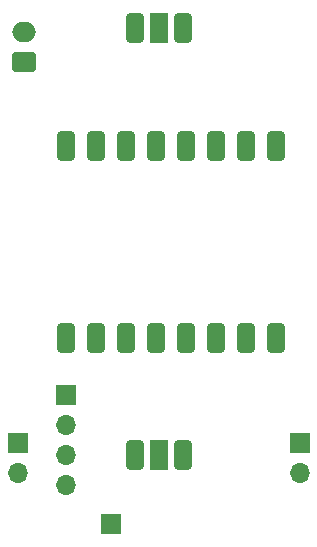
<source format=gbr>
%TF.GenerationSoftware,KiCad,Pcbnew,7.0.7*%
%TF.CreationDate,2024-09-13T10:44:57-05:00*%
%TF.ProjectId,OM-EPSC3-Micro,4f4d2d45-5053-4433-932d-4d6963726f2e,rev?*%
%TF.SameCoordinates,Original*%
%TF.FileFunction,Soldermask,Bot*%
%TF.FilePolarity,Negative*%
%FSLAX46Y46*%
G04 Gerber Fmt 4.6, Leading zero omitted, Abs format (unit mm)*
G04 Created by KiCad (PCBNEW 7.0.7) date 2024-09-13 10:44:57*
%MOMM*%
%LPD*%
G01*
G04 APERTURE LIST*
G04 Aperture macros list*
%AMRoundRect*
0 Rectangle with rounded corners*
0 $1 Rounding radius*
0 $2 $3 $4 $5 $6 $7 $8 $9 X,Y pos of 4 corners*
0 Add a 4 corners polygon primitive as box body*
4,1,4,$2,$3,$4,$5,$6,$7,$8,$9,$2,$3,0*
0 Add four circle primitives for the rounded corners*
1,1,$1+$1,$2,$3*
1,1,$1+$1,$4,$5*
1,1,$1+$1,$6,$7*
1,1,$1+$1,$8,$9*
0 Add four rect primitives between the rounded corners*
20,1,$1+$1,$2,$3,$4,$5,0*
20,1,$1+$1,$4,$5,$6,$7,0*
20,1,$1+$1,$6,$7,$8,$9,0*
20,1,$1+$1,$8,$9,$2,$3,0*%
G04 Aperture macros list end*
%ADD10R,1.700000X1.700000*%
%ADD11RoundRect,0.381000X-0.381000X0.881000X-0.381000X-0.881000X0.381000X-0.881000X0.381000X0.881000X0*%
%ADD12R,1.524000X2.524000*%
%ADD13O,1.700000X1.700000*%
%ADD14RoundRect,0.381000X0.381000X-0.881000X0.381000X0.881000X-0.381000X0.881000X-0.381000X-0.881000X0*%
%ADD15O,2.000000X1.700000*%
%ADD16RoundRect,0.250000X0.750000X-0.600000X0.750000X0.600000X-0.750000X0.600000X-0.750000X-0.600000X0*%
G04 APERTURE END LIST*
D10*
%TO.C,J5*%
X218694000Y-141478000D03*
%TD*%
D11*
%TO.C,H1*%
X224790000Y-99449000D03*
D12*
X222758000Y-99449000D03*
D11*
X220726000Y-99449000D03*
%TD*%
D10*
%TO.C,J3*%
X234696000Y-134620000D03*
D13*
X234696000Y-137160000D03*
%TD*%
D14*
%TO.C,H0*%
X220726000Y-135628000D03*
D12*
X222758000Y-135628000D03*
D14*
X224790000Y-135628000D03*
%TD*%
D10*
%TO.C,J1*%
X214884000Y-130556000D03*
D13*
X214884000Y-133096000D03*
X214884000Y-135636000D03*
X214884000Y-138176000D03*
%TD*%
D14*
%TO.C,U1*%
X232664000Y-125722000D03*
X230124000Y-125722000D03*
X227584000Y-125722000D03*
X225044000Y-125722000D03*
X222504000Y-125722000D03*
X214884000Y-109482000D03*
X217424000Y-109482000D03*
X219964000Y-109482000D03*
X222504000Y-109482000D03*
X225044000Y-109482000D03*
X227584000Y-109482000D03*
X230124000Y-109482000D03*
X232664000Y-109482000D03*
X214884000Y-125722000D03*
X217424000Y-125722000D03*
X219964000Y-125722000D03*
%TD*%
D15*
%TO.C,J4*%
X211328000Y-99842000D03*
D16*
X211328000Y-102342000D03*
%TD*%
D10*
%TO.C,J2*%
X210820000Y-134620000D03*
D13*
X210820000Y-137160000D03*
%TD*%
M02*

</source>
